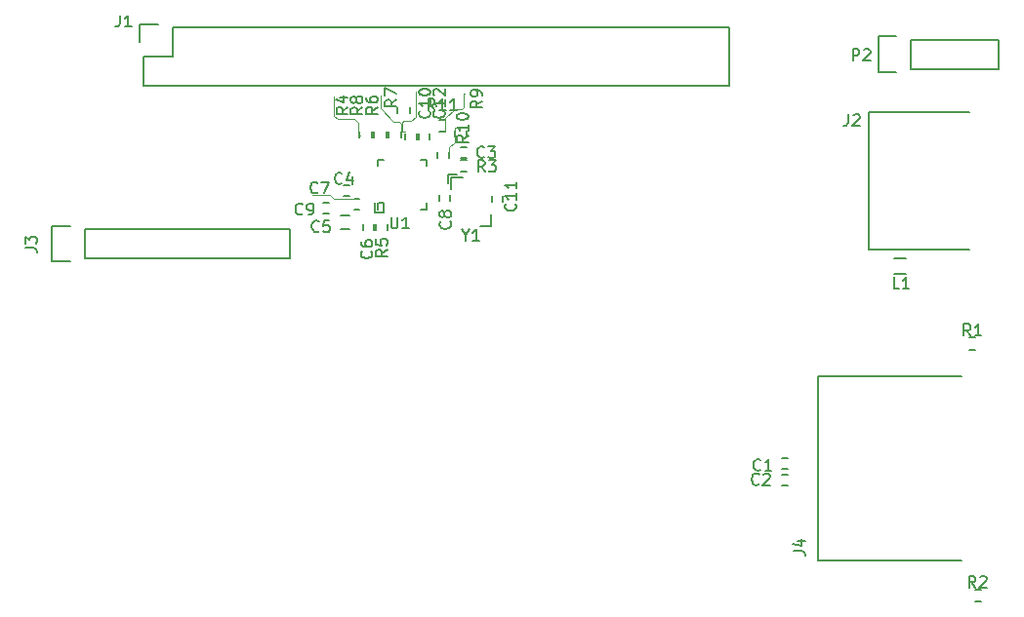
<source format=gbr>
G04 #@! TF.FileFunction,Legend,Top*
%FSLAX46Y46*%
G04 Gerber Fmt 4.6, Leading zero omitted, Abs format (unit mm)*
G04 Created by KiCad (PCBNEW 4.0.7) date 09/09/17 19:19:24*
%MOMM*%
%LPD*%
G01*
G04 APERTURE LIST*
%ADD10C,0.100000*%
%ADD11C,0.150000*%
G04 APERTURE END LIST*
D10*
X146565620Y-92262960D02*
X146568160Y-92262960D01*
X146565620Y-93291660D02*
X146565620Y-92262960D01*
X147744180Y-94470220D02*
X146565620Y-93291660D01*
X148191220Y-94470220D02*
X147744180Y-94470220D01*
X148374100Y-94653100D02*
X148191220Y-94470220D01*
X148374100Y-95440500D02*
X148374100Y-94653100D01*
X144749520Y-95681800D02*
X144785080Y-95681800D01*
X144635220Y-95567500D02*
X144749520Y-95681800D01*
X144635220Y-94594680D02*
X144635220Y-95567500D01*
X144292320Y-94251780D02*
X144635220Y-94594680D01*
X142852140Y-94251780D02*
X144292320Y-94251780D01*
X142567660Y-93967300D02*
X142852140Y-94251780D01*
X142567660Y-92298520D02*
X142567660Y-93967300D01*
X148498560Y-95356680D02*
X148711920Y-95356680D01*
X148498560Y-94548960D02*
X148498560Y-95356680D01*
X148635720Y-94411800D02*
X148498560Y-94548960D01*
X149260560Y-94411800D02*
X148635720Y-94411800D01*
X149626320Y-94046040D02*
X149260560Y-94411800D01*
X149626320Y-91881960D02*
X149626320Y-94046040D01*
X153832560Y-92034360D02*
X153878280Y-92034360D01*
X153832560Y-93223080D02*
X153832560Y-92034360D01*
X153664920Y-93390720D02*
X153832560Y-93223080D01*
X153009600Y-93390720D02*
X153664920Y-93390720D01*
X152217120Y-94183200D02*
X153009600Y-93390720D01*
X152217120Y-95295720D02*
X152217120Y-94183200D01*
X153001980Y-95051880D02*
X153001980Y-95097600D01*
X153001980Y-96276160D02*
X153001980Y-95051880D01*
X152567640Y-96710500D02*
X153001980Y-96276160D01*
X152567640Y-97497900D02*
X152567640Y-96710500D01*
X140680440Y-100858320D02*
X140680440Y-100827840D01*
X142158720Y-100858320D02*
X140680440Y-100858320D01*
X142509240Y-101208840D02*
X142158720Y-100858320D01*
X144444720Y-101208840D02*
X142509240Y-101208840D01*
D11*
X147303000Y-95381000D02*
X147303000Y-95881000D01*
X148353000Y-95881000D02*
X148353000Y-95381000D01*
X181387400Y-124677200D02*
X181887400Y-124677200D01*
X181887400Y-123727200D02*
X181387400Y-123727200D01*
X181367400Y-126104200D02*
X181867400Y-126104200D01*
X181867400Y-125154200D02*
X181367400Y-125154200D01*
X154047000Y-96680000D02*
X153547000Y-96680000D01*
X153547000Y-97630000D02*
X154047000Y-97630000D01*
X143387000Y-100982800D02*
X143887000Y-100982800D01*
X143887000Y-100032800D02*
X143387000Y-100032800D01*
X143860000Y-103851000D02*
X143160000Y-103851000D01*
X143160000Y-102651000D02*
X143860000Y-102651000D01*
X146017000Y-103882000D02*
X146017000Y-103382000D01*
X145067000Y-103382000D02*
X145067000Y-103882000D01*
X144276000Y-102151200D02*
X144776000Y-102151200D01*
X144776000Y-101201200D02*
X144276000Y-101201200D01*
X152621000Y-101342000D02*
X152621000Y-100842000D01*
X151671000Y-100842000D02*
X151671000Y-101342000D01*
X141609000Y-102456000D02*
X142109000Y-102456000D01*
X142109000Y-101506000D02*
X141609000Y-101506000D01*
X148750000Y-95508000D02*
X148750000Y-96008000D01*
X149700000Y-96008000D02*
X149700000Y-95508000D01*
X156243000Y-100969000D02*
X156243000Y-101469000D01*
X157193000Y-101469000D02*
X157193000Y-100969000D01*
X149893000Y-95508000D02*
X149893000Y-96008000D01*
X150843000Y-96008000D02*
X150843000Y-95508000D01*
X191143000Y-106386000D02*
X192143000Y-106386000D01*
X192143000Y-107736000D02*
X191143000Y-107736000D01*
X192565020Y-89916000D02*
X200185020Y-89916000D01*
X192565020Y-87376000D02*
X200185020Y-87376000D01*
X189745020Y-87096000D02*
X191295020Y-87096000D01*
X200185020Y-89916000D02*
X200185020Y-87376000D01*
X192565020Y-87376000D02*
X192565020Y-89916000D01*
X191295020Y-90196000D02*
X189745020Y-90196000D01*
X189745020Y-90196000D02*
X189745020Y-87096000D01*
X197679000Y-114305000D02*
X198179000Y-114305000D01*
X198179000Y-113255000D02*
X197679000Y-113255000D01*
X198163400Y-136169200D02*
X198663400Y-136169200D01*
X198663400Y-135119200D02*
X198163400Y-135119200D01*
X154047000Y-97773000D02*
X153547000Y-97773000D01*
X153547000Y-98823000D02*
X154047000Y-98823000D01*
X145813000Y-95881000D02*
X145813000Y-95381000D01*
X144763000Y-95381000D02*
X144763000Y-95881000D01*
X147210000Y-103882000D02*
X147210000Y-103382000D01*
X146160000Y-103382000D02*
X146160000Y-103882000D01*
X148065000Y-93222000D02*
X148065000Y-93722000D01*
X149115000Y-93722000D02*
X149115000Y-93222000D01*
X146033000Y-95381000D02*
X146033000Y-95881000D01*
X147083000Y-95881000D02*
X147083000Y-95381000D01*
X153045000Y-95290000D02*
X153045000Y-95790000D01*
X154095000Y-95790000D02*
X154095000Y-95290000D01*
X153232000Y-99073000D02*
X152432000Y-99073000D01*
X152432000Y-99073000D02*
X152432000Y-99873000D01*
X156132000Y-102573000D02*
X156132000Y-103573000D01*
X156132000Y-103573000D02*
X155232000Y-103573000D01*
X153732000Y-99373000D02*
X152732000Y-99373000D01*
X152732000Y-99373000D02*
X152732000Y-100373000D01*
X151494000Y-97159000D02*
X151494000Y-97659000D01*
X152544000Y-97659000D02*
X152544000Y-97159000D01*
X146463000Y-101549000D02*
X146863000Y-101549000D01*
X146863000Y-101549000D02*
X146863000Y-102349000D01*
X146863000Y-102349000D02*
X146063000Y-102349000D01*
X146063000Y-102349000D02*
X146063000Y-101549000D01*
X146313000Y-97799000D02*
X146838000Y-97799000D01*
X150613000Y-102099000D02*
X150088000Y-102099000D01*
X150613000Y-97799000D02*
X150088000Y-97799000D01*
X146313000Y-102099000D02*
X146313000Y-101574000D01*
X150613000Y-102099000D02*
X150613000Y-101574000D01*
X150613000Y-97799000D02*
X150613000Y-98324000D01*
X146313000Y-97799000D02*
X146313000Y-98324000D01*
X197635880Y-93639120D02*
X188915880Y-93639120D01*
X188915880Y-93639120D02*
X188915880Y-105639120D01*
X188915880Y-105639120D02*
X197635880Y-105639120D01*
X125990000Y-91390000D02*
X176790000Y-91390000D01*
X128530000Y-86310000D02*
X176790000Y-86310000D01*
X176790000Y-91390000D02*
X176790000Y-86310000D01*
X125990000Y-91390000D02*
X125990000Y-88850000D01*
X127260000Y-86030000D02*
X125710000Y-86030000D01*
X125990000Y-88850000D02*
X128530000Y-88850000D01*
X128530000Y-88850000D02*
X128530000Y-86310000D01*
X125710000Y-86030000D02*
X125710000Y-87580000D01*
X120926860Y-103827420D02*
X138706860Y-103827420D01*
X138706860Y-103827420D02*
X138706860Y-106367420D01*
X138706860Y-106367420D02*
X120926860Y-106367420D01*
X118106860Y-103547420D02*
X119656860Y-103547420D01*
X120926860Y-103827420D02*
X120926860Y-106367420D01*
X119656860Y-106647420D02*
X118106860Y-106647420D01*
X118106860Y-106647420D02*
X118106860Y-103547420D01*
X196990000Y-132605000D02*
X184510000Y-132605000D01*
X184510000Y-132605000D02*
X184510000Y-116605000D01*
X184510000Y-116605000D02*
X196990000Y-116605000D01*
X152190000Y-94335000D02*
X151690000Y-94335000D01*
X151690000Y-95385000D02*
X152190000Y-95385000D01*
X146329661Y-93222106D02*
X145853470Y-93555440D01*
X146329661Y-93793535D02*
X145329661Y-93793535D01*
X145329661Y-93412582D01*
X145377280Y-93317344D01*
X145424899Y-93269725D01*
X145520137Y-93222106D01*
X145662994Y-93222106D01*
X145758232Y-93269725D01*
X145805851Y-93317344D01*
X145853470Y-93412582D01*
X145853470Y-93793535D01*
X145329661Y-92364963D02*
X145329661Y-92555440D01*
X145377280Y-92650678D01*
X145424899Y-92698297D01*
X145567756Y-92793535D01*
X145758232Y-92841154D01*
X146139185Y-92841154D01*
X146234423Y-92793535D01*
X146282042Y-92745916D01*
X146329661Y-92650678D01*
X146329661Y-92460201D01*
X146282042Y-92364963D01*
X146234423Y-92317344D01*
X146139185Y-92269725D01*
X145901090Y-92269725D01*
X145805851Y-92317344D01*
X145758232Y-92364963D01*
X145710613Y-92460201D01*
X145710613Y-92650678D01*
X145758232Y-92745916D01*
X145805851Y-92793535D01*
X145901090Y-92841154D01*
X179555574Y-124706663D02*
X179507955Y-124754282D01*
X179365098Y-124801901D01*
X179269860Y-124801901D01*
X179127002Y-124754282D01*
X179031764Y-124659044D01*
X178984145Y-124563806D01*
X178936526Y-124373330D01*
X178936526Y-124230472D01*
X178984145Y-124039996D01*
X179031764Y-123944758D01*
X179127002Y-123849520D01*
X179269860Y-123801901D01*
X179365098Y-123801901D01*
X179507955Y-123849520D01*
X179555574Y-123897139D01*
X180507955Y-124801901D02*
X179936526Y-124801901D01*
X180222240Y-124801901D02*
X180222240Y-123801901D01*
X180127002Y-123944758D01*
X180031764Y-124039996D01*
X179936526Y-124087615D01*
X179413654Y-125955863D02*
X179366035Y-126003482D01*
X179223178Y-126051101D01*
X179127940Y-126051101D01*
X178985082Y-126003482D01*
X178889844Y-125908244D01*
X178842225Y-125813006D01*
X178794606Y-125622530D01*
X178794606Y-125479672D01*
X178842225Y-125289196D01*
X178889844Y-125193958D01*
X178985082Y-125098720D01*
X179127940Y-125051101D01*
X179223178Y-125051101D01*
X179366035Y-125098720D01*
X179413654Y-125146339D01*
X179794606Y-125146339D02*
X179842225Y-125098720D01*
X179937463Y-125051101D01*
X180175559Y-125051101D01*
X180270797Y-125098720D01*
X180318416Y-125146339D01*
X180366035Y-125241577D01*
X180366035Y-125336815D01*
X180318416Y-125479672D01*
X179746987Y-126051101D01*
X180366035Y-126051101D01*
X155570894Y-97550243D02*
X155523275Y-97597862D01*
X155380418Y-97645481D01*
X155285180Y-97645481D01*
X155142322Y-97597862D01*
X155047084Y-97502624D01*
X154999465Y-97407386D01*
X154951846Y-97216910D01*
X154951846Y-97074052D01*
X154999465Y-96883576D01*
X155047084Y-96788338D01*
X155142322Y-96693100D01*
X155285180Y-96645481D01*
X155380418Y-96645481D01*
X155523275Y-96693100D01*
X155570894Y-96740719D01*
X155904227Y-96645481D02*
X156523275Y-96645481D01*
X156189941Y-97026433D01*
X156332799Y-97026433D01*
X156428037Y-97074052D01*
X156475656Y-97121671D01*
X156523275Y-97216910D01*
X156523275Y-97455005D01*
X156475656Y-97550243D01*
X156428037Y-97597862D01*
X156332799Y-97645481D01*
X156047084Y-97645481D01*
X155951846Y-97597862D01*
X155904227Y-97550243D01*
X143256974Y-99813383D02*
X143209355Y-99861002D01*
X143066498Y-99908621D01*
X142971260Y-99908621D01*
X142828402Y-99861002D01*
X142733164Y-99765764D01*
X142685545Y-99670526D01*
X142637926Y-99480050D01*
X142637926Y-99337192D01*
X142685545Y-99146716D01*
X142733164Y-99051478D01*
X142828402Y-98956240D01*
X142971260Y-98908621D01*
X143066498Y-98908621D01*
X143209355Y-98956240D01*
X143256974Y-99003859D01*
X144114117Y-99241954D02*
X144114117Y-99908621D01*
X143876021Y-98861002D02*
X143637926Y-99575288D01*
X144256974Y-99575288D01*
X141245294Y-103989143D02*
X141197675Y-104036762D01*
X141054818Y-104084381D01*
X140959580Y-104084381D01*
X140816722Y-104036762D01*
X140721484Y-103941524D01*
X140673865Y-103846286D01*
X140626246Y-103655810D01*
X140626246Y-103512952D01*
X140673865Y-103322476D01*
X140721484Y-103227238D01*
X140816722Y-103132000D01*
X140959580Y-103084381D01*
X141054818Y-103084381D01*
X141197675Y-103132000D01*
X141245294Y-103179619D01*
X142150056Y-103084381D02*
X141673865Y-103084381D01*
X141626246Y-103560571D01*
X141673865Y-103512952D01*
X141769103Y-103465333D01*
X142007199Y-103465333D01*
X142102437Y-103512952D01*
X142150056Y-103560571D01*
X142197675Y-103655810D01*
X142197675Y-103893905D01*
X142150056Y-103989143D01*
X142102437Y-104036762D01*
X142007199Y-104084381D01*
X141769103Y-104084381D01*
X141673865Y-104036762D01*
X141626246Y-103989143D01*
X145777223Y-105749386D02*
X145824842Y-105797005D01*
X145872461Y-105939862D01*
X145872461Y-106035100D01*
X145824842Y-106177958D01*
X145729604Y-106273196D01*
X145634366Y-106320815D01*
X145443890Y-106368434D01*
X145301032Y-106368434D01*
X145110556Y-106320815D01*
X145015318Y-106273196D01*
X144920080Y-106177958D01*
X144872461Y-106035100D01*
X144872461Y-105939862D01*
X144920080Y-105797005D01*
X144967699Y-105749386D01*
X144872461Y-104892243D02*
X144872461Y-105082720D01*
X144920080Y-105177958D01*
X144967699Y-105225577D01*
X145110556Y-105320815D01*
X145301032Y-105368434D01*
X145681985Y-105368434D01*
X145777223Y-105320815D01*
X145824842Y-105273196D01*
X145872461Y-105177958D01*
X145872461Y-104987481D01*
X145824842Y-104892243D01*
X145777223Y-104844624D01*
X145681985Y-104797005D01*
X145443890Y-104797005D01*
X145348651Y-104844624D01*
X145301032Y-104892243D01*
X145253413Y-104987481D01*
X145253413Y-105177958D01*
X145301032Y-105273196D01*
X145348651Y-105320815D01*
X145443890Y-105368434D01*
X141123374Y-100636343D02*
X141075755Y-100683962D01*
X140932898Y-100731581D01*
X140837660Y-100731581D01*
X140694802Y-100683962D01*
X140599564Y-100588724D01*
X140551945Y-100493486D01*
X140504326Y-100303010D01*
X140504326Y-100160152D01*
X140551945Y-99969676D01*
X140599564Y-99874438D01*
X140694802Y-99779200D01*
X140837660Y-99731581D01*
X140932898Y-99731581D01*
X141075755Y-99779200D01*
X141123374Y-99826819D01*
X141456707Y-99731581D02*
X142123374Y-99731581D01*
X141694802Y-100731581D01*
X152612363Y-103181446D02*
X152659982Y-103229065D01*
X152707601Y-103371922D01*
X152707601Y-103467160D01*
X152659982Y-103610018D01*
X152564744Y-103705256D01*
X152469506Y-103752875D01*
X152279030Y-103800494D01*
X152136172Y-103800494D01*
X151945696Y-103752875D01*
X151850458Y-103705256D01*
X151755220Y-103610018D01*
X151707601Y-103467160D01*
X151707601Y-103371922D01*
X151755220Y-103229065D01*
X151802839Y-103181446D01*
X152136172Y-102610018D02*
X152088553Y-102705256D01*
X152040934Y-102752875D01*
X151945696Y-102800494D01*
X151898077Y-102800494D01*
X151802839Y-102752875D01*
X151755220Y-102705256D01*
X151707601Y-102610018D01*
X151707601Y-102419541D01*
X151755220Y-102324303D01*
X151802839Y-102276684D01*
X151898077Y-102229065D01*
X151945696Y-102229065D01*
X152040934Y-102276684D01*
X152088553Y-102324303D01*
X152136172Y-102419541D01*
X152136172Y-102610018D01*
X152183791Y-102705256D01*
X152231410Y-102752875D01*
X152326649Y-102800494D01*
X152517125Y-102800494D01*
X152612363Y-102752875D01*
X152659982Y-102705256D01*
X152707601Y-102610018D01*
X152707601Y-102419541D01*
X152659982Y-102324303D01*
X152612363Y-102276684D01*
X152517125Y-102229065D01*
X152326649Y-102229065D01*
X152231410Y-102276684D01*
X152183791Y-102324303D01*
X152136172Y-102419541D01*
X139827974Y-102495623D02*
X139780355Y-102543242D01*
X139637498Y-102590861D01*
X139542260Y-102590861D01*
X139399402Y-102543242D01*
X139304164Y-102448004D01*
X139256545Y-102352766D01*
X139208926Y-102162290D01*
X139208926Y-102019432D01*
X139256545Y-101828956D01*
X139304164Y-101733718D01*
X139399402Y-101638480D01*
X139542260Y-101590861D01*
X139637498Y-101590861D01*
X139780355Y-101638480D01*
X139827974Y-101686099D01*
X140304164Y-102590861D02*
X140494640Y-102590861D01*
X140589879Y-102543242D01*
X140637498Y-102495623D01*
X140732736Y-102352766D01*
X140780355Y-102162290D01*
X140780355Y-101781337D01*
X140732736Y-101686099D01*
X140685117Y-101638480D01*
X140589879Y-101590861D01*
X140399402Y-101590861D01*
X140304164Y-101638480D01*
X140256545Y-101686099D01*
X140208926Y-101781337D01*
X140208926Y-102019432D01*
X140256545Y-102114670D01*
X140304164Y-102162290D01*
X140399402Y-102209909D01*
X140589879Y-102209909D01*
X140685117Y-102162290D01*
X140732736Y-102114670D01*
X140780355Y-102019432D01*
X150821663Y-93545897D02*
X150869282Y-93593516D01*
X150916901Y-93736373D01*
X150916901Y-93831611D01*
X150869282Y-93974469D01*
X150774044Y-94069707D01*
X150678806Y-94117326D01*
X150488330Y-94164945D01*
X150345472Y-94164945D01*
X150154996Y-94117326D01*
X150059758Y-94069707D01*
X149964520Y-93974469D01*
X149916901Y-93831611D01*
X149916901Y-93736373D01*
X149964520Y-93593516D01*
X150012139Y-93545897D01*
X150916901Y-92593516D02*
X150916901Y-93164945D01*
X150916901Y-92879231D02*
X149916901Y-92879231D01*
X150059758Y-92974469D01*
X150154996Y-93069707D01*
X150202615Y-93164945D01*
X149916901Y-91974469D02*
X149916901Y-91879230D01*
X149964520Y-91783992D01*
X150012139Y-91736373D01*
X150107377Y-91688754D01*
X150297853Y-91641135D01*
X150535949Y-91641135D01*
X150726425Y-91688754D01*
X150821663Y-91736373D01*
X150869282Y-91783992D01*
X150916901Y-91879230D01*
X150916901Y-91974469D01*
X150869282Y-92069707D01*
X150821663Y-92117326D01*
X150726425Y-92164945D01*
X150535949Y-92212564D01*
X150297853Y-92212564D01*
X150107377Y-92164945D01*
X150012139Y-92117326D01*
X149964520Y-92069707D01*
X149916901Y-91974469D01*
X158274023Y-101638337D02*
X158321642Y-101685956D01*
X158369261Y-101828813D01*
X158369261Y-101924051D01*
X158321642Y-102066909D01*
X158226404Y-102162147D01*
X158131166Y-102209766D01*
X157940690Y-102257385D01*
X157797832Y-102257385D01*
X157607356Y-102209766D01*
X157512118Y-102162147D01*
X157416880Y-102066909D01*
X157369261Y-101924051D01*
X157369261Y-101828813D01*
X157416880Y-101685956D01*
X157464499Y-101638337D01*
X158369261Y-100685956D02*
X158369261Y-101257385D01*
X158369261Y-100971671D02*
X157369261Y-100971671D01*
X157512118Y-101066909D01*
X157607356Y-101162147D01*
X157654975Y-101257385D01*
X158369261Y-99733575D02*
X158369261Y-100305004D01*
X158369261Y-100019290D02*
X157369261Y-100019290D01*
X157512118Y-100114528D01*
X157607356Y-100209766D01*
X157654975Y-100305004D01*
X152056103Y-93545897D02*
X152103722Y-93593516D01*
X152151341Y-93736373D01*
X152151341Y-93831611D01*
X152103722Y-93974469D01*
X152008484Y-94069707D01*
X151913246Y-94117326D01*
X151722770Y-94164945D01*
X151579912Y-94164945D01*
X151389436Y-94117326D01*
X151294198Y-94069707D01*
X151198960Y-93974469D01*
X151151341Y-93831611D01*
X151151341Y-93736373D01*
X151198960Y-93593516D01*
X151246579Y-93545897D01*
X152151341Y-92593516D02*
X152151341Y-93164945D01*
X152151341Y-92879231D02*
X151151341Y-92879231D01*
X151294198Y-92974469D01*
X151389436Y-93069707D01*
X151437055Y-93164945D01*
X151246579Y-92212564D02*
X151198960Y-92164945D01*
X151151341Y-92069707D01*
X151151341Y-91831611D01*
X151198960Y-91736373D01*
X151246579Y-91688754D01*
X151341817Y-91641135D01*
X151437055Y-91641135D01*
X151579912Y-91688754D01*
X152151341Y-92260183D01*
X152151341Y-91641135D01*
X191572854Y-109001821D02*
X191096663Y-109001821D01*
X191096663Y-108001821D01*
X192429997Y-109001821D02*
X191858568Y-109001821D01*
X192144282Y-109001821D02*
X192144282Y-108001821D01*
X192049044Y-108144678D01*
X191953806Y-108239916D01*
X191858568Y-108287535D01*
X187549565Y-89189821D02*
X187549565Y-88189821D01*
X187930518Y-88189821D01*
X188025756Y-88237440D01*
X188073375Y-88285059D01*
X188120994Y-88380297D01*
X188120994Y-88523154D01*
X188073375Y-88618392D01*
X188025756Y-88666011D01*
X187930518Y-88713630D01*
X187549565Y-88713630D01*
X188501946Y-88285059D02*
X188549565Y-88237440D01*
X188644803Y-88189821D01*
X188882899Y-88189821D01*
X188978137Y-88237440D01*
X189025756Y-88285059D01*
X189073375Y-88380297D01*
X189073375Y-88475535D01*
X189025756Y-88618392D01*
X188454327Y-89189821D01*
X189073375Y-89189821D01*
X197747094Y-113074141D02*
X197413760Y-112597950D01*
X197175665Y-113074141D02*
X197175665Y-112074141D01*
X197556618Y-112074141D01*
X197651856Y-112121760D01*
X197699475Y-112169379D01*
X197747094Y-112264617D01*
X197747094Y-112407474D01*
X197699475Y-112502712D01*
X197651856Y-112550331D01*
X197556618Y-112597950D01*
X197175665Y-112597950D01*
X198699475Y-113074141D02*
X198128046Y-113074141D01*
X198413760Y-113074141D02*
X198413760Y-112074141D01*
X198318522Y-112216998D01*
X198223284Y-112312236D01*
X198128046Y-112359855D01*
X198201014Y-134963741D02*
X197867680Y-134487550D01*
X197629585Y-134963741D02*
X197629585Y-133963741D01*
X198010538Y-133963741D01*
X198105776Y-134011360D01*
X198153395Y-134058979D01*
X198201014Y-134154217D01*
X198201014Y-134297074D01*
X198153395Y-134392312D01*
X198105776Y-134439931D01*
X198010538Y-134487550D01*
X197629585Y-134487550D01*
X198581966Y-134058979D02*
X198629585Y-134011360D01*
X198724823Y-133963741D01*
X198962919Y-133963741D01*
X199058157Y-134011360D01*
X199105776Y-134058979D01*
X199153395Y-134154217D01*
X199153395Y-134249455D01*
X199105776Y-134392312D01*
X198534347Y-134963741D01*
X199153395Y-134963741D01*
X155626774Y-98841821D02*
X155293440Y-98365630D01*
X155055345Y-98841821D02*
X155055345Y-97841821D01*
X155436298Y-97841821D01*
X155531536Y-97889440D01*
X155579155Y-97937059D01*
X155626774Y-98032297D01*
X155626774Y-98175154D01*
X155579155Y-98270392D01*
X155531536Y-98318011D01*
X155436298Y-98365630D01*
X155055345Y-98365630D01*
X155960107Y-97841821D02*
X156579155Y-97841821D01*
X156245821Y-98222773D01*
X156388679Y-98222773D01*
X156483917Y-98270392D01*
X156531536Y-98318011D01*
X156579155Y-98413250D01*
X156579155Y-98651345D01*
X156531536Y-98746583D01*
X156483917Y-98794202D01*
X156388679Y-98841821D01*
X156102964Y-98841821D01*
X156007726Y-98794202D01*
X155960107Y-98746583D01*
X143754101Y-93222106D02*
X143277910Y-93555440D01*
X143754101Y-93793535D02*
X142754101Y-93793535D01*
X142754101Y-93412582D01*
X142801720Y-93317344D01*
X142849339Y-93269725D01*
X142944577Y-93222106D01*
X143087434Y-93222106D01*
X143182672Y-93269725D01*
X143230291Y-93317344D01*
X143277910Y-93412582D01*
X143277910Y-93793535D01*
X143087434Y-92364963D02*
X143754101Y-92364963D01*
X142706482Y-92603059D02*
X143420768Y-92841154D01*
X143420768Y-92222106D01*
X147198341Y-105612226D02*
X146722150Y-105945560D01*
X147198341Y-106183655D02*
X146198341Y-106183655D01*
X146198341Y-105802702D01*
X146245960Y-105707464D01*
X146293579Y-105659845D01*
X146388817Y-105612226D01*
X146531674Y-105612226D01*
X146626912Y-105659845D01*
X146674531Y-105707464D01*
X146722150Y-105802702D01*
X146722150Y-106183655D01*
X146198341Y-104707464D02*
X146198341Y-105183655D01*
X146674531Y-105231274D01*
X146626912Y-105183655D01*
X146579293Y-105088417D01*
X146579293Y-104850321D01*
X146626912Y-104755083D01*
X146674531Y-104707464D01*
X146769770Y-104659845D01*
X147007865Y-104659845D01*
X147103103Y-104707464D01*
X147150722Y-104755083D01*
X147198341Y-104850321D01*
X147198341Y-105088417D01*
X147150722Y-105183655D01*
X147103103Y-105231274D01*
X147980661Y-92589646D02*
X147504470Y-92922980D01*
X147980661Y-93161075D02*
X146980661Y-93161075D01*
X146980661Y-92780122D01*
X147028280Y-92684884D01*
X147075899Y-92637265D01*
X147171137Y-92589646D01*
X147313994Y-92589646D01*
X147409232Y-92637265D01*
X147456851Y-92684884D01*
X147504470Y-92780122D01*
X147504470Y-93161075D01*
X146980661Y-92256313D02*
X146980661Y-91589646D01*
X147980661Y-92018218D01*
X145019021Y-93252586D02*
X144542830Y-93585920D01*
X145019021Y-93824015D02*
X144019021Y-93824015D01*
X144019021Y-93443062D01*
X144066640Y-93347824D01*
X144114259Y-93300205D01*
X144209497Y-93252586D01*
X144352354Y-93252586D01*
X144447592Y-93300205D01*
X144495211Y-93347824D01*
X144542830Y-93443062D01*
X144542830Y-93824015D01*
X144447592Y-92681158D02*
X144399973Y-92776396D01*
X144352354Y-92824015D01*
X144257116Y-92871634D01*
X144209497Y-92871634D01*
X144114259Y-92824015D01*
X144066640Y-92776396D01*
X144019021Y-92681158D01*
X144019021Y-92490681D01*
X144066640Y-92395443D01*
X144114259Y-92347824D01*
X144209497Y-92300205D01*
X144257116Y-92300205D01*
X144352354Y-92347824D01*
X144399973Y-92395443D01*
X144447592Y-92490681D01*
X144447592Y-92681158D01*
X144495211Y-92776396D01*
X144542830Y-92824015D01*
X144638069Y-92871634D01*
X144828545Y-92871634D01*
X144923783Y-92824015D01*
X144971402Y-92776396D01*
X145019021Y-92681158D01*
X145019021Y-92490681D01*
X144971402Y-92395443D01*
X144923783Y-92347824D01*
X144828545Y-92300205D01*
X144638069Y-92300205D01*
X144542830Y-92347824D01*
X144495211Y-92395443D01*
X144447592Y-92490681D01*
X155393981Y-92694226D02*
X154917790Y-93027560D01*
X155393981Y-93265655D02*
X154393981Y-93265655D01*
X154393981Y-92884702D01*
X154441600Y-92789464D01*
X154489219Y-92741845D01*
X154584457Y-92694226D01*
X154727314Y-92694226D01*
X154822552Y-92741845D01*
X154870171Y-92789464D01*
X154917790Y-92884702D01*
X154917790Y-93265655D01*
X155393981Y-92218036D02*
X155393981Y-92027560D01*
X155346362Y-91932321D01*
X155298743Y-91884702D01*
X155155886Y-91789464D01*
X154965410Y-91741845D01*
X154584457Y-91741845D01*
X154489219Y-91789464D01*
X154441600Y-91837083D01*
X154393981Y-91932321D01*
X154393981Y-92122798D01*
X154441600Y-92218036D01*
X154489219Y-92265655D01*
X154584457Y-92313274D01*
X154822552Y-92313274D01*
X154917790Y-92265655D01*
X154965410Y-92218036D01*
X155013029Y-92122798D01*
X155013029Y-91932321D01*
X154965410Y-91837083D01*
X154917790Y-91789464D01*
X154822552Y-91741845D01*
X153955809Y-104370190D02*
X153955809Y-104846381D01*
X153622476Y-103846381D02*
X153955809Y-104370190D01*
X154289143Y-103846381D01*
X155146286Y-104846381D02*
X154574857Y-104846381D01*
X154860571Y-104846381D02*
X154860571Y-103846381D01*
X154765333Y-103989238D01*
X154670095Y-104084476D01*
X154574857Y-104132095D01*
X154193501Y-95679497D02*
X153717310Y-96012831D01*
X154193501Y-96250926D02*
X153193501Y-96250926D01*
X153193501Y-95869973D01*
X153241120Y-95774735D01*
X153288739Y-95727116D01*
X153383977Y-95679497D01*
X153526834Y-95679497D01*
X153622072Y-95727116D01*
X153669691Y-95774735D01*
X153717310Y-95869973D01*
X153717310Y-96250926D01*
X154193501Y-94727116D02*
X154193501Y-95298545D01*
X154193501Y-95012831D02*
X153193501Y-95012831D01*
X153336358Y-95108069D01*
X153431596Y-95203307D01*
X153479215Y-95298545D01*
X153193501Y-94108069D02*
X153193501Y-94012830D01*
X153241120Y-93917592D01*
X153288739Y-93869973D01*
X153383977Y-93822354D01*
X153574453Y-93774735D01*
X153812549Y-93774735D01*
X154003025Y-93822354D01*
X154098263Y-93869973D01*
X154145882Y-93917592D01*
X154193501Y-94012830D01*
X154193501Y-94108069D01*
X154145882Y-94203307D01*
X154098263Y-94250926D01*
X154003025Y-94298545D01*
X153812549Y-94346164D01*
X153574453Y-94346164D01*
X153383977Y-94298545D01*
X153288739Y-94250926D01*
X153241120Y-94203307D01*
X153193501Y-94108069D01*
X147492815Y-102779581D02*
X147492815Y-103589105D01*
X147540434Y-103684343D01*
X147588053Y-103731962D01*
X147683291Y-103779581D01*
X147873768Y-103779581D01*
X147969006Y-103731962D01*
X148016625Y-103684343D01*
X148064244Y-103589105D01*
X148064244Y-102779581D01*
X149064244Y-103779581D02*
X148492815Y-103779581D01*
X148778529Y-103779581D02*
X148778529Y-102779581D01*
X148683291Y-102922438D01*
X148588053Y-103017676D01*
X148492815Y-103065295D01*
X187156767Y-93864181D02*
X187156767Y-94578467D01*
X187109147Y-94721324D01*
X187013909Y-94816562D01*
X186871052Y-94864181D01*
X186775814Y-94864181D01*
X187585338Y-93959419D02*
X187632957Y-93911800D01*
X187728195Y-93864181D01*
X187966291Y-93864181D01*
X188061529Y-93911800D01*
X188109148Y-93959419D01*
X188156767Y-94054657D01*
X188156767Y-94149895D01*
X188109148Y-94292752D01*
X187537719Y-94864181D01*
X188156767Y-94864181D01*
X123986667Y-85252381D02*
X123986667Y-85966667D01*
X123939047Y-86109524D01*
X123843809Y-86204762D01*
X123700952Y-86252381D01*
X123605714Y-86252381D01*
X124986667Y-86252381D02*
X124415238Y-86252381D01*
X124700952Y-86252381D02*
X124700952Y-85252381D01*
X124605714Y-85395238D01*
X124510476Y-85490476D01*
X124415238Y-85538095D01*
X115772381Y-105463333D02*
X116486667Y-105463333D01*
X116629524Y-105510953D01*
X116724762Y-105606191D01*
X116772381Y-105749048D01*
X116772381Y-105844286D01*
X115772381Y-105082381D02*
X115772381Y-104463333D01*
X116153333Y-104796667D01*
X116153333Y-104653809D01*
X116200952Y-104558571D01*
X116248571Y-104510952D01*
X116343810Y-104463333D01*
X116581905Y-104463333D01*
X116677143Y-104510952D01*
X116724762Y-104558571D01*
X116772381Y-104653809D01*
X116772381Y-104939524D01*
X116724762Y-105034762D01*
X116677143Y-105082381D01*
X182402381Y-131803333D02*
X183116667Y-131803333D01*
X183259524Y-131850953D01*
X183354762Y-131946191D01*
X183402381Y-132089048D01*
X183402381Y-132184286D01*
X182735714Y-130898571D02*
X183402381Y-130898571D01*
X182354762Y-131136667D02*
X183069048Y-131374762D01*
X183069048Y-130755714D01*
X151297143Y-93512381D02*
X150963809Y-93036190D01*
X150725714Y-93512381D02*
X150725714Y-92512381D01*
X151106667Y-92512381D01*
X151201905Y-92560000D01*
X151249524Y-92607619D01*
X151297143Y-92702857D01*
X151297143Y-92845714D01*
X151249524Y-92940952D01*
X151201905Y-92988571D01*
X151106667Y-93036190D01*
X150725714Y-93036190D01*
X152249524Y-93512381D02*
X151678095Y-93512381D01*
X151963809Y-93512381D02*
X151963809Y-92512381D01*
X151868571Y-92655238D01*
X151773333Y-92750476D01*
X151678095Y-92798095D01*
X153201905Y-93512381D02*
X152630476Y-93512381D01*
X152916190Y-93512381D02*
X152916190Y-92512381D01*
X152820952Y-92655238D01*
X152725714Y-92750476D01*
X152630476Y-92798095D01*
M02*

</source>
